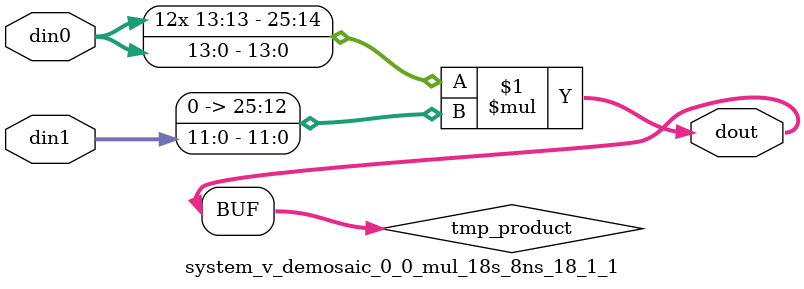
<source format=v>

`timescale 1 ns / 1 ps

  module system_v_demosaic_0_0_mul_18s_8ns_18_1_1(din0, din1, dout);
parameter ID = 1;
parameter NUM_STAGE = 0;
parameter din0_WIDTH = 14;
parameter din1_WIDTH = 12;
parameter dout_WIDTH = 26;

input [din0_WIDTH - 1 : 0] din0; 
input [din1_WIDTH - 1 : 0] din1; 
output [dout_WIDTH - 1 : 0] dout;

wire signed [dout_WIDTH - 1 : 0] tmp_product;












assign tmp_product = $signed(din0) * $signed({1'b0, din1});









assign dout = tmp_product;







endmodule

</source>
